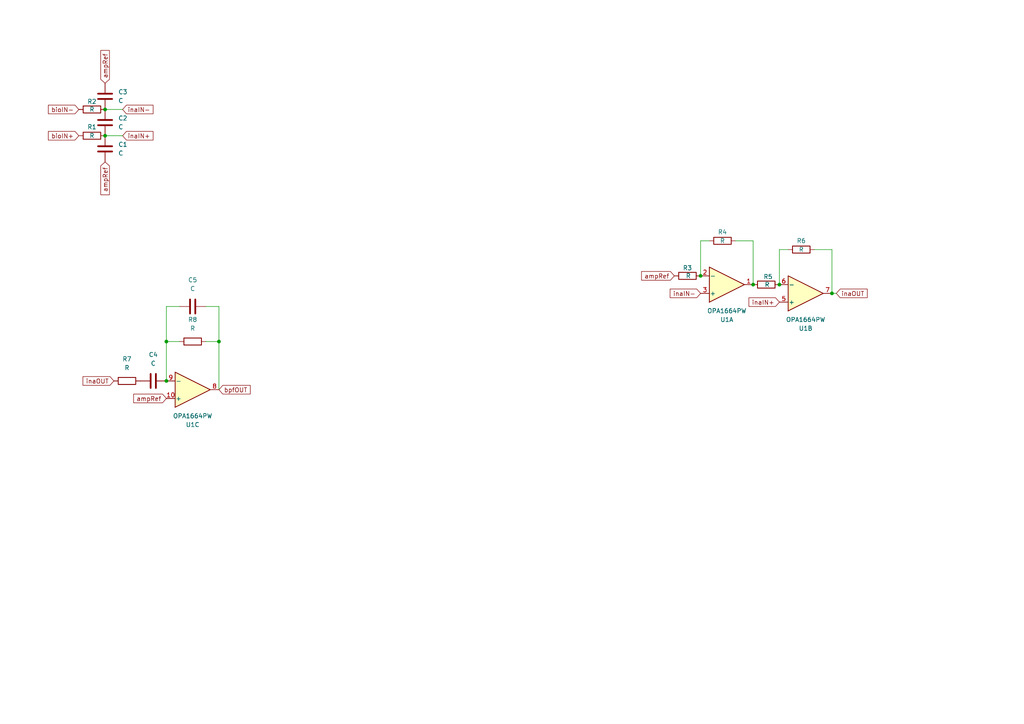
<source format=kicad_sch>
(kicad_sch (version 20250114) (generator "eeschema") (generator_version "9.0")
  (paper "A4")
  (lib_symbols
    (symbol "Amplifier_Operational:OPA1664PW" (pin_names (offset 0.127))
      (property "Reference" "U" (at 0 5.08 0))
      (property "Value" "OPA1664PW" (at 0 -5.08 0))
      (symbol "OPA1664PW_1_1"
        (polyline (pts (xy -5.08 5.08) (xy 5.08 0) (xy -5.08 -5.08) (xy -5.08 5.08)) (stroke (width 0.254)) (fill (type background)))
        (pin input line (at -7.62 2.54 0) (length 2.54) (name "+") (number "3"))
        (pin input line (at -7.62 -2.54 0) (length 2.54) (name "-") (number "2"))
        (pin output line (at 7.62 0 180) (length 2.54) (name "~") (number "1"))
      )
      (symbol "OPA1664PW_2_1"
        (polyline (pts (xy -5.08 5.08) (xy 5.08 0) (xy -5.08 -5.08) (xy -5.08 5.08)) (stroke (width 0.254)) (fill (type background)))
        (pin input line (at -7.62 2.54 0) (length 2.54) (name "+") (number "5"))
        (pin input line (at -7.62 -2.54 0) (length 2.54) (name "-") (number "6"))
        (pin output line (at 7.62 0 180) (length 2.54) (name "~") (number "7"))
      )
      (symbol "OPA1664PW_3_1"
        (polyline (pts (xy -5.08 5.08) (xy 5.08 0) (xy -5.08 -5.08) (xy -5.08 5.08)) (stroke (width 0.254)) (fill (type background)))
        (pin input line (at -7.62 2.54 0) (length 2.54) (name "+") (number "10"))
        (pin input line (at -7.62 -2.54 0) (length 2.54) (name "-") (number "9"))
        (pin output line (at 7.62 0 180) (length 2.54) (name "~") (number "8"))
      )
      (symbol "OPA1664PW_4_1"
        (polyline (pts (xy -5.08 5.08) (xy 5.08 0) (xy -5.08 -5.08) (xy -5.08 5.08)) (stroke (width 0.254)) (fill (type background)))
        (pin input line (at -7.62 2.54 0) (length 2.54) (name "+") (number "12"))
        (pin input line (at -7.62 -2.54 0) (length 2.54) (name "-") (number "13"))
        (pin output line (at 7.62 0 180) (length 2.54) (name "~") (number "14"))
      )
      (symbol "OPA1664PW_5_1"
        (pin power_in line (at -2.54 7.62 270) (length 3.81) (name "V+") (number "4"))
        (pin power_in line (at -2.54 -7.62 90) (length 3.81) (name "V-") (number "11"))
      )
    )
    (symbol "Device:C" (pin_numbers (hide yes)) (pin_names (offset 0.254))
      (property "Reference" "C" (at 0.635 2.54 0))
      (property "Value" "C" (at 0.635 -2.54 0))
      (symbol "C_0_1"
        (polyline (pts (xy -2.032 0.762) (xy 2.032 0.762)) (stroke (width 0.508)))
        (polyline (pts (xy -2.032 -0.762) (xy 2.032 -0.762)) (stroke (width 0.508)))
      )
      (symbol "C_1_1"
        (pin passive line (at 0 3.81 270) (length 2.794) (name "~") (number "1"))
        (pin passive line (at 0 -3.81 90) (length 2.794) (name "~") (number "2"))
      )
    )
    (symbol "Device:R" (pin_numbers (hide yes)) (pin_names (offset 0))
      (property "Reference" "R" (at 2.032 0 90))
      (property "Value" "R" (at 0 0 90))
      (symbol "R_0_1"
        (rectangle (start -1.016 -2.54) (end 1.016 2.54) (stroke (width 0.254)))
      )
      (symbol "R_1_1"
        (pin passive line (at 0 3.81 270) (length 1.27) (name "~") (number "1"))
        (pin passive line (at 0 -3.81 90) (length 1.27) (name "~") (number "2"))
      )
    )
    (symbol "power:+5V" (power) (pin_numbers (hide yes)) (pin_names (offset 0) (hide yes))
      (property "Value" "+5V" (at 0 3.556 0))
      (symbol "+5V_0_1"
        (polyline (pts (xy -0.762 1.27) (xy 0 2.54)))
        (polyline (pts (xy 0 2.54) (xy 0.762 1.27)))
        (polyline (pts (xy 0 0) (xy 0 2.54)))
      )
      (symbol "+5V_1_1"
        (pin power_in line (at 0 0 90) (length 0) (name "~") (number "1"))
      )
    )
    (symbol "power:GND" (power) (pin_numbers (hide yes)) (pin_names (offset 0) (hide yes))
      (property "Value" "GND" (at 0 -3.81 0))
      (symbol "GND_0_1"
        (polyline (pts (xy 0 0) (xy 0 -1.27) (xy 1.27 -1.27) (xy 0 -2.54) (xy -1.27 -1.27) (xy 0 -1.27)))
      )
      (symbol "GND_1_1"
        (pin power_in line (at 0 0 270) (length 0) (name "~") (number "1"))
      )
    )
  )
  (junction (at -11.43 218.44))
  (junction (at 226.06 82.55))
  (junction (at 241.3 85.09))
  (junction (at 63.5 99.06))
  (junction (at -16.51 210.82))
  (junction (at -16.51 226.06))
  (junction (at 203.2 80.01))
  (junction (at -21.59 218.44))
  (junction (at 30.48 31.75))
  (junction (at 30.48 39.37))
  (junction (at 48.26 110.49))
  (junction (at 16.51 220.98))
  (junction (at 218.44 82.55))
  (junction (at 48.26 99.06))
  (wire (pts (xy 226.06 72.39) (xy 226.06 82.55)))
  (wire (pts (xy 63.5 99.06) (xy 63.5 88.9)))
  (wire (pts (xy 228.6 72.39) (xy 226.06 72.39)))
  (wire (pts (xy 203.2 69.85) (xy 203.2 80.01)))
  (wire (pts (xy -11.43 218.44) (xy 1.27 218.44)))
  (wire (pts (xy 48.26 99.06) (xy 48.26 110.49)))
  (wire (pts (xy 205.74 69.85) (xy 203.2 69.85)))
  (wire (pts (xy 241.3 72.39) (xy 241.3 85.09)))
  (wire (pts (xy -16.51 210.82) (xy -11.43 210.82)))
  (wire (pts (xy 213.36 69.85) (xy 218.44 69.85)))
  (wire (pts (xy -21.59 210.82) (xy -16.51 210.82)))
  (wire (pts (xy 30.48 39.37) (xy 35.56 39.37)))
  (wire (pts (xy 1.27 228.6) (xy 1.27 223.52)))
  (wire (pts (xy 59.69 88.9) (xy 63.5 88.9)))
  (wire (pts (xy -21.59 218.44) (xy -11.43 218.44)))
  (wire (pts (xy 16.51 228.6) (xy 1.27 228.6)))
  (wire (pts (xy -16.51 226.06) (xy -11.43 226.06)))
  (wire (pts (xy 218.44 69.85) (xy 218.44 82.55)))
  (wire (pts (xy 48.26 99.06) (xy 52.07 99.06)))
  (wire (pts (xy 16.51 220.98) (xy 16.51 228.6)))
  (wire (pts (xy 52.07 88.9) (xy 48.26 88.9)))
  (wire (pts (xy 30.48 31.75) (xy 35.56 31.75)))
  (wire (pts (xy 63.5 113.03) (xy 63.5 99.06)))
  (wire (pts (xy 236.22 72.39) (xy 241.3 72.39)))
  (wire (pts (xy 241.3 85.09) (xy 242.57 85.09)))
  (wire (pts (xy 16.51 220.98) (xy 17.78 220.98)))
  (wire (pts (xy 48.26 88.9) (xy 48.26 99.06)))
  (wire (pts (xy -21.59 226.06) (xy -16.51 226.06)))
  (wire (pts (xy 59.69 99.06) (xy 63.5 99.06)))
  (image (at -196.2998 99.9498))
  (global_label "ampRef" (shape input) (at 48.26 115.57 180) (property "Intersheetrefs" "${INTERSHEET_REFS}" (effects (hide yes))))
  (global_label "ampRef" (shape input) (at 30.48 24.13 90) (property "Intersheetrefs" "${INTERSHEET_REFS}" (effects (hide yes))))
  (global_label "inaIN+" (shape input) (at 226.06 87.63 180) (property "Intersheetrefs" "${INTERSHEET_REFS}" (effects (hide yes))))
  (global_label "bioIN-" (shape input) (at 22.86 31.75 180) (property "Intersheetrefs" "${INTERSHEET_REFS}" (effects (hide yes))))
  (global_label "bioIN+" (shape input) (at 22.86 39.37 180) (property "Intersheetrefs" "${INTERSHEET_REFS}" (effects (hide yes))))
  (global_label "inaOUT" (shape input) (at 33.02 110.49 180) (property "Intersheetrefs" "${INTERSHEET_REFS}" (effects (hide yes))))
  (global_label "inaIN-" (shape input) (at 203.2 85.09 180) (property "Intersheetrefs" "${INTERSHEET_REFS}" (effects (hide yes))))
  (global_label "bpfOUT" (shape input) (at 63.5 113.03 0) (property "Intersheetrefs" "${INTERSHEET_REFS}" (effects (hide yes))))
  (global_label "ampRef" (shape input) (at 195.58 80.01 180) (property "Intersheetrefs" "${INTERSHEET_REFS}" (effects (hide yes))))
  (global_label "inaIN-" (shape input) (at 35.56 31.75 0) (property "Intersheetrefs" "${INTERSHEET_REFS}" (effects (hide yes))))
  (global_label "ampRef" (shape input) (at 17.78 220.98 0) (property "Intersheetrefs" "${INTERSHEET_REFS}" (effects (hide yes))))
  (global_label "ampRef" (shape input) (at 30.48 46.99 270) (property "Intersheetrefs" "${INTERSHEET_REFS}" (effects (hide yes))))
  (global_label "inaIN+" (shape input) (at 35.56 39.37 0) (property "Intersheetrefs" "${INTERSHEET_REFS}" (effects (hide yes))))
  (global_label "inaOUT" (shape input) (at 242.57 85.09 0) (property "Intersheetrefs" "${INTERSHEET_REFS}" (effects (hide yes))))
  (symbol (lib_id "Device:C") (at 55.88 88.9 90) (unit 1)
    (property "Reference" "C5" (at 55.88 81.1991 90))
    (property "Value" "C" (at 55.88 83.7391 90))
    (property "Description" "Unpolarized capacitor" (effects (hide yes)))
  )
  (symbol (lib_id "Amplifier_Operational:OPA1664PW") (at 55.88 113.03 0) (mirror x) (unit 3)
    (property "Reference" "U1" (at 55.88 123.19 0))
    (property "Value" "OPA1664PW" (at 55.88 120.65 0))
    (property "Footprint" "Package_SO:TSSOP-14_4.4x5mm_P0.65mm" (effects (hide yes)))
    (property "Datasheet" "https://www.ti.com/lit/ds/symlink/opa1664.pdf" (effects (hide yes)))
    (property "Description" "Quad Low-Power, Low-Noise, Low-Distortion, Bipolar-Input SoundPlus Audio Operational Amplifiers, TSSOP-14" (effects (hide yes)))
  )
  (symbol (lib_id "Device:C") (at 30.48 27.94 0) (unit 1)
    (property "Reference" "C3" (at 34.29 26.6699 0) (effects (justify left)))
    (property "Value" "C" (at 34.29 29.2099 0) (effects (justify left)))
    (property "Description" "Unpolarized capacitor" (effects (hide yes)))
  )
  (symbol (lib_id "Amplifier_Operational:OPA1664PW") (at 210.82 82.55 0) (mirror x) (unit 1)
    (property "Reference" "U1" (at 210.82 92.71 0))
    (property "Value" "OPA1664PW" (at 210.82 90.17 0))
    (property "Footprint" "Package_SO:TSSOP-14_4.4x5mm_P0.65mm" (effects (hide yes)))
    (property "Datasheet" "https://www.ti.com/lit/ds/symlink/opa1664.pdf" (effects (hide yes)))
    (property "Description" "Quad Low-Power, Low-Noise, Low-Distortion, Bipolar-Input SoundPlus Audio Operational Amplifiers, TSSOP-14" (effects (hide yes)))
  )
  (symbol (lib_id "Device:C") (at 30.48 35.56 0) (unit 1)
    (property "Reference" "C2" (at 34.29 34.2899 0) (effects (justify left)))
    (property "Value" "C" (at 34.29 36.8299 0) (effects (justify left)))
    (property "Description" "Unpolarized capacitor" (effects (hide yes)))
  )
  (symbol (lib_id "power:GND") (at -16.51 226.06 0) (unit 1)
    (property "Reference" "#PWR02" (effects (hide yes)))
    (property "Value" "GND" (at -16.51 231.14 0))
    (property "Description" "Power symbol creates a global label with name \"GND\" , ground" (effects (hide yes)))
  )
  (symbol (lib_id "Device:R") (at 36.83 110.49 90) (unit 1)
    (property "Reference" "R7" (at 36.83 104.14 90))
    (property "Value" "R" (at 36.83 106.68 90))
    (property "Description" "Resistor" (effects (hide yes)))
  )
  (symbol (lib_id "Device:R") (at 222.25 82.55 90) (unit 1)
    (property "Reference" "R5" (at 222.758 80.264 90))
    (property "Value" "R" (at 222.504 82.55 90))
    (property "Description" "Resistor" (effects (hide yes)))
  )
  (symbol (lib_id "power:GND") (at 44.45 231.14 0) (unit 1)
    (property "Reference" "#PWR04" (effects (hide yes)))
    (property "Value" "GND" (at 44.45 236.22 0))
    (property "Description" "Power symbol creates a global label with name \"GND\" , ground" (effects (hide yes)))
  )
  (symbol (lib_id "Device:C") (at 44.45 110.49 90) (unit 1)
    (property "Reference" "C4" (at 44.45 102.87 90))
    (property "Value" "C" (at 44.45 105.41 90))
    (property "Description" "Unpolarized capacitor" (effects (hide yes)))
  )
  (symbol (lib_id "Device:R") (at 209.55 69.85 90) (unit 1)
    (property "Reference" "R4" (at 209.55 67.31 90))
    (property "Value" "R" (at 209.55 69.85 90))
    (property "Description" "Resistor" (effects (hide yes)))
  )
  (symbol (lib_id "power:GND") (at 33.02 231.14 0) (unit 1)
    (property "Reference" "#PWR03" (effects (hide yes)))
    (property "Value" "GND" (at 33.02 236.22 0))
    (property "Description" "Power symbol creates a global label with name \"GND\" , ground" (effects (hide yes)))
  )
  (symbol (lib_id "power:+5V") (at -16.51 210.82 0) (unit 1)
    (property "Reference" "#PWR01" (effects (hide yes)))
    (property "Value" "+5V" (at -16.51 205.74 0))
    (property "Description" "Power symbol creates a global label with name \"+5V\"" (effects (hide yes)))
  )
  (symbol (lib_id "Device:R") (at 26.67 39.37 90) (unit 1)
    (property "Reference" "R1" (at 26.67 36.83 90))
    (property "Value" "R" (at 26.67 39.37 90))
    (property "Description" "Resistor" (effects (hide yes)))
  )
  (symbol (lib_id "Device:R") (at 55.88 99.06 90) (unit 1)
    (property "Reference" "R8" (at 55.88 92.71 90))
    (property "Value" "R" (at 55.88 95.25 90))
    (property "Description" "Resistor" (effects (hide yes)))
  )
  (symbol (lib_id "Device:C") (at 44.45 227.33 0) (unit 1)
    (property "Reference" "C9" (at 48.26 226.0599 0) (effects (justify left)))
    (property "Value" "C" (at 48.26 228.5999 0) (effects (justify left)))
    (property "Description" "Unpolarized capacitor" (effects (hide yes)))
  )
  (symbol (lib_id "Amplifier_Operational:OPA1664PW") (at 8.89 220.98 0) (unit 4)
    (property "Reference" "U1" (at 8.89 210.82 0))
    (property "Value" "OPA1664PW" (at 8.89 213.36 0))
    (property "Footprint" "Package_SO:TSSOP-14_4.4x5mm_P0.65mm" (effects (hide yes)))
    (property "Datasheet" "https://www.ti.com/lit/ds/symlink/opa1664.pdf" (effects (hide yes)))
    (property "Description" "Quad Low-Power, Low-Noise, Low-Distortion, Bipolar-Input SoundPlus Audio Operational Amplifiers, TSSOP-14" (effects (hide yes)))
  )
  (symbol (lib_id "power:+5V") (at 33.02 223.52 0) (unit 1)
    (property "Reference" "#PWR05" (effects (hide yes)))
    (property "Value" "+5V" (at 33.02 218.44 0))
    (property "Description" "Power symbol creates a global label with name \"+5V\"" (effects (hide yes)))
  )
  (symbol (lib_id "Amplifier_Operational:OPA1664PW") (at 233.68 85.09 0) (mirror x) (unit 2)
    (property "Reference" "U1" (at 233.68 95.25 0))
    (property "Value" "OPA1664PW" (at 233.68 92.71 0))
    (property "Footprint" "Package_SO:TSSOP-14_4.4x5mm_P0.65mm" (effects (hide yes)))
    (property "Datasheet" "https://www.ti.com/lit/ds/symlink/opa1664.pdf" (effects (hide yes)))
    (property "Description" "Quad Low-Power, Low-Noise, Low-Distortion, Bipolar-Input SoundPlus Audio Operational Amplifiers, TSSOP-14" (effects (hide yes)))
  )
  (symbol (lib_id "Device:C") (at 30.48 43.18 0) (unit 1)
    (property "Reference" "C1" (at 34.29 41.9099 0) (effects (justify left)))
    (property "Value" "C" (at 34.29 44.4499 0) (effects (justify left)))
    (property "Description" "Unpolarized capacitor" (effects (hide yes)))
  )
  (symbol (lib_id "power:+5V") (at 44.45 223.52 0) (unit 1)
    (property "Reference" "#PWR06" (effects (hide yes)))
    (property "Value" "+5V" (at 44.45 218.44 0))
    (property "Description" "Power symbol creates a global label with name \"+5V\"" (effects (hide yes)))
  )
  (symbol (lib_id "Device:C") (at -11.43 222.25 0) (unit 1)
    (property "Reference" "C7" (at -7.62 220.9799 0) (effects (justify left)))
    (property "Value" "C" (at -7.62 223.5199 0) (effects (justify left)))
    (property "Description" "Unpolarized capacitor" (effects (hide yes)))
  )
  (symbol (lib_id "Device:R") (at -21.59 222.25 0) (unit 1)
    (property "Reference" "R10" (at -19.05 220.9799 0) (effects (justify left)))
    (property "Value" "R" (at -19.05 223.5199 0) (effects (justify left)))
    (property "Description" "Resistor" (effects (hide yes)))
  )
  (symbol (lib_id "Device:R") (at 199.39 80.01 90) (unit 1)
    (property "Reference" "R3" (at 199.39 77.724 90))
    (property "Value" "R" (at 199.644 80.01 90))
    (property "Description" "Resistor" (effects (hide yes)))
  )
  (symbol (lib_id "Device:R") (at 232.41 72.39 90) (unit 1)
    (property "Reference" "R6" (at 232.41 69.85 90))
    (property "Value" "R" (at 232.41 72.39 90))
    (property "Description" "Resistor" (effects (hide yes)))
  )
  (symbol (lib_id "Device:C") (at -11.43 214.63 0) (unit 1)
    (property "Reference" "C6" (at -7.62 213.3599 0) (effects (justify left)))
    (property "Value" "C" (at -7.62 215.8999 0) (effects (justify left)))
    (property "Description" "Unpolarized capacitor" (effects (hide yes)))
  )
  (symbol (lib_id "Device:C") (at 33.02 227.33 0) (unit 1)
    (property "Reference" "C8" (at 36.83 226.0599 0) (effects (justify left)))
    (property "Value" "C" (at 36.83 228.5999 0) (effects (justify left)))
    (property "Description" "Unpolarized capacitor" (effects (hide yes)))
  )
  (symbol (lib_id "Device:R") (at -21.59 214.63 0) (unit 1)
    (property "Reference" "R9" (at -19.05 213.3599 0) (effects (justify left)))
    (property "Value" "R" (at -19.05 215.8999 0) (effects (justify left)))
    (property "Description" "Resistor" (effects (hide yes)))
  )
  (symbol (lib_id "Device:R") (at 26.67 31.75 90) (unit 1)
    (property "Reference" "R2" (at 26.67 29.464 90))
    (property "Value" "R" (at 26.67 31.75 90))
    (property "Description" "Resistor" (effects (hide yes)))
  )
)
</source>
